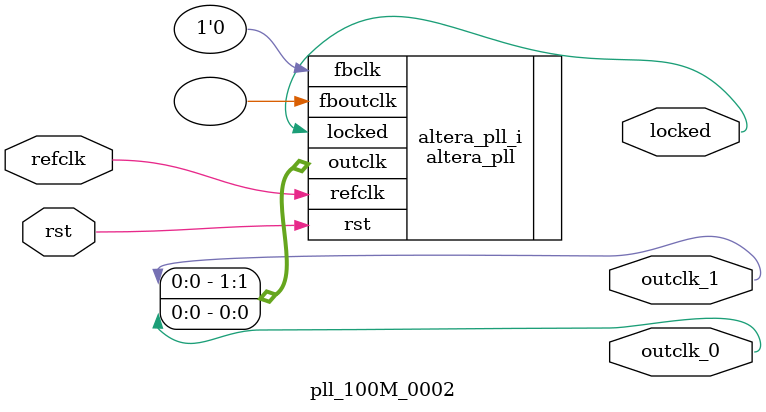
<source format=v>
`timescale 1ns/10ps
module  pll_100M_0002(

	// interface 'refclk'
	input wire refclk,

	// interface 'reset'
	input wire rst,

	// interface 'outclk0'
	output wire outclk_0,

	// interface 'outclk1'
	output wire outclk_1,

	// interface 'locked'
	output wire locked
);

	altera_pll #(
		.fractional_vco_multiplier("false"),
		.reference_clock_frequency("50.0 MHz"),
		.operation_mode("direct"),
		.number_of_clocks(2),
		.output_clock_frequency0("100.000000 MHz"),
		.phase_shift0("0 ps"),
		.duty_cycle0(50),
		.output_clock_frequency1("100.000000 MHz"),
		.phase_shift1("7500 ps"),
		.duty_cycle1(50),
		.output_clock_frequency2("0 MHz"),
		.phase_shift2("0 ps"),
		.duty_cycle2(50),
		.output_clock_frequency3("0 MHz"),
		.phase_shift3("0 ps"),
		.duty_cycle3(50),
		.output_clock_frequency4("0 MHz"),
		.phase_shift4("0 ps"),
		.duty_cycle4(50),
		.output_clock_frequency5("0 MHz"),
		.phase_shift5("0 ps"),
		.duty_cycle5(50),
		.output_clock_frequency6("0 MHz"),
		.phase_shift6("0 ps"),
		.duty_cycle6(50),
		.output_clock_frequency7("0 MHz"),
		.phase_shift7("0 ps"),
		.duty_cycle7(50),
		.output_clock_frequency8("0 MHz"),
		.phase_shift8("0 ps"),
		.duty_cycle8(50),
		.output_clock_frequency9("0 MHz"),
		.phase_shift9("0 ps"),
		.duty_cycle9(50),
		.output_clock_frequency10("0 MHz"),
		.phase_shift10("0 ps"),
		.duty_cycle10(50),
		.output_clock_frequency11("0 MHz"),
		.phase_shift11("0 ps"),
		.duty_cycle11(50),
		.output_clock_frequency12("0 MHz"),
		.phase_shift12("0 ps"),
		.duty_cycle12(50),
		.output_clock_frequency13("0 MHz"),
		.phase_shift13("0 ps"),
		.duty_cycle13(50),
		.output_clock_frequency14("0 MHz"),
		.phase_shift14("0 ps"),
		.duty_cycle14(50),
		.output_clock_frequency15("0 MHz"),
		.phase_shift15("0 ps"),
		.duty_cycle15(50),
		.output_clock_frequency16("0 MHz"),
		.phase_shift16("0 ps"),
		.duty_cycle16(50),
		.output_clock_frequency17("0 MHz"),
		.phase_shift17("0 ps"),
		.duty_cycle17(50),
		.pll_type("General"),
		.pll_subtype("General")
	) altera_pll_i (
		.rst	(rst),
		.outclk	({outclk_1, outclk_0}),
		.locked	(locked),
		.fboutclk	( ),
		.fbclk	(1'b0),
		.refclk	(refclk)
	);
endmodule


</source>
